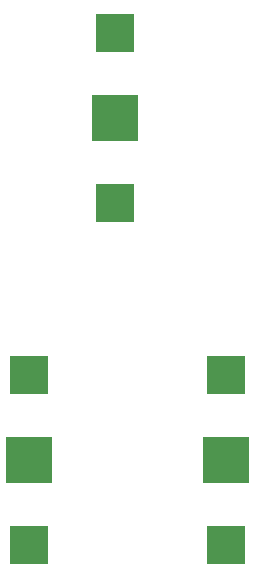
<source format=gbr>
%TF.GenerationSoftware,KiCad,Pcbnew,7.0.11*%
%TF.CreationDate,2025-02-10T21:59:36-08:00*%
%TF.ProjectId,enderman,656e6465-726d-4616-9e2e-6b696361645f,rev?*%
%TF.SameCoordinates,PX6ed1240PY84f1340*%
%TF.FileFunction,Paste,Bot*%
%TF.FilePolarity,Positive*%
%FSLAX46Y46*%
G04 Gerber Fmt 4.6, Leading zero omitted, Abs format (unit mm)*
G04 Created by KiCad (PCBNEW 7.0.11) date 2025-02-10 21:59:36*
%MOMM*%
%LPD*%
G01*
G04 APERTURE LIST*
%ADD10R,3.200000X3.200000*%
%ADD11R,3.960000X3.960000*%
G04 APERTURE END LIST*
D10*
%TO.C,BT2*%
X22387500Y79000000D03*
X22387500Y93400000D03*
D11*
X22387500Y86200000D03*
%TD*%
D10*
%TO.C,BT3*%
X31800000Y50000000D03*
X31800000Y64400000D03*
D11*
X31800000Y57200000D03*
%TD*%
D10*
%TO.C,BT1*%
X15175000Y50000000D03*
X15175000Y64400000D03*
D11*
X15175000Y57200000D03*
%TD*%
M02*

</source>
